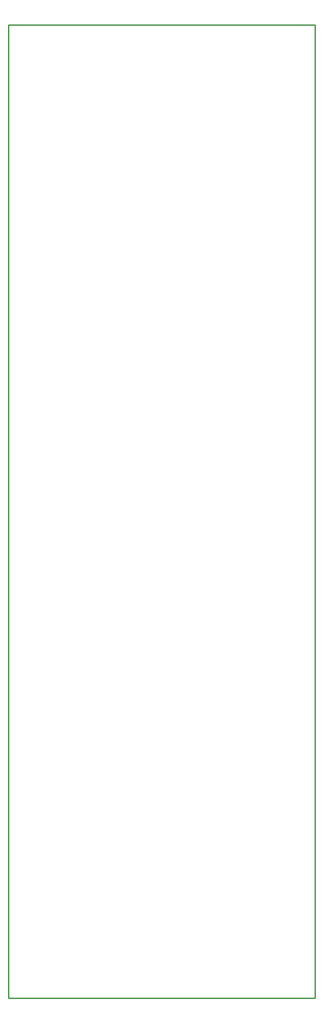
<source format=gko>
G04 Layer: BoardOutlineLayer*
G04 EasyEDA v6.5.29, 2023-07-09 11:22:14*
G04 34a5644dc25c44e99f5b06bf355c49f1,5a6b42c53f6a479593ecc07194224c93,10*
G04 Gerber Generator version 0.2*
G04 Scale: 100 percent, Rotated: No, Reflected: No *
G04 Dimensions in millimeters *
G04 leading zeros omitted , absolute positions ,4 integer and 5 decimal *
%FSLAX45Y45*%
%MOMM*%

%ADD10C,0.2540*%
D10*
X0Y18541974D02*
G01*
X5842000Y18541974D01*
X0Y18541961D02*
G01*
X5841987Y18541961D01*
X5841987Y0D01*
X0Y0D01*
X0Y18541961D01*

%LPD*%
M02*

</source>
